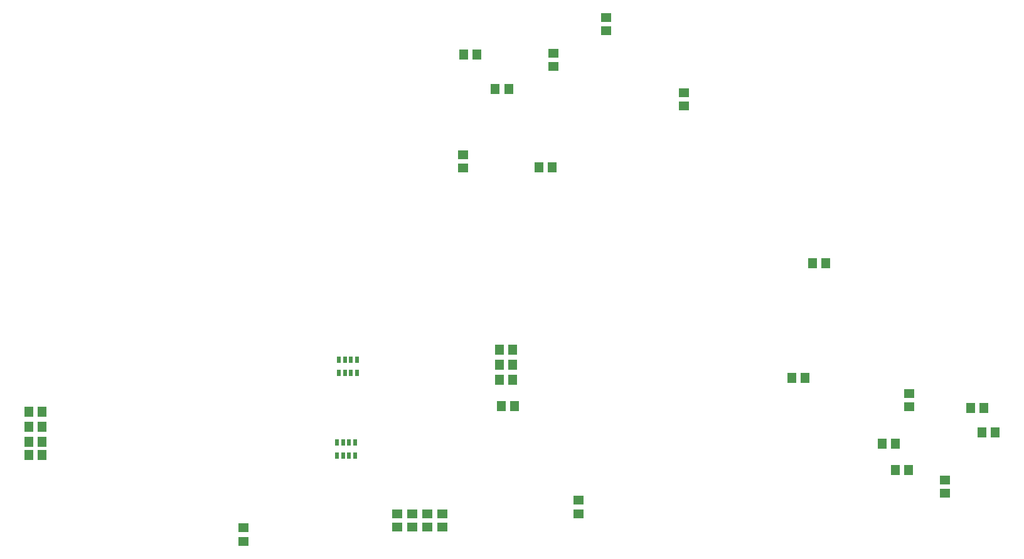
<source format=gbp>
%FSLAX25Y25*%
%MOIN*%
G70*
G01*
G75*
G04 Layer_Color=128*
%ADD10R,0.02362X0.05512*%
%ADD11R,0.02362X0.07087*%
G04:AMPARAMS|DCode=12|XSize=74.8mil|YSize=125.98mil|CornerRadius=0mil|HoleSize=0mil|Usage=FLASHONLY|Rotation=180.000|XOffset=0mil|YOffset=0mil|HoleType=Round|Shape=Octagon|*
%AMOCTAGOND12*
4,1,8,0.01870,-0.06299,-0.01870,-0.06299,-0.03740,-0.04429,-0.03740,0.04429,-0.01870,0.06299,0.01870,0.06299,0.03740,0.04429,0.03740,-0.04429,0.01870,-0.06299,0.0*
%
%ADD12OCTAGOND12*%

%ADD13R,0.16339X0.07284*%
%ADD14R,0.08465X0.11221*%
%ADD15R,0.11221X0.08465*%
%ADD16R,0.04724X0.05512*%
%ADD17R,0.05512X0.04724*%
%ADD18R,0.06693X0.06693*%
%ADD19R,0.21654X0.09843*%
%ADD20O,0.05709X0.02362*%
%ADD21R,0.09921X0.13425*%
%ADD22R,0.02362X0.04134*%
%ADD23O,0.00984X0.06102*%
%ADD24O,0.06102X0.00984*%
%ADD25R,0.03150X0.07874*%
%ADD26R,0.07087X0.09449*%
%ADD27R,0.03543X0.03740*%
%ADD28R,0.02362X0.03347*%
%ADD29R,0.40945X0.31496*%
%ADD30R,0.03937X0.11417*%
%ADD31R,0.09449X0.07087*%
G04:AMPARAMS|DCode=32|XSize=25.59mil|YSize=64.96mil|CornerRadius=1.92mil|HoleSize=0mil|Usage=FLASHONLY|Rotation=0.000|XOffset=0mil|YOffset=0mil|HoleType=Round|Shape=RoundedRectangle|*
%AMROUNDEDRECTD32*
21,1,0.02559,0.06112,0,0,0.0*
21,1,0.02175,0.06496,0,0,0.0*
1,1,0.00384,0.01088,-0.03056*
1,1,0.00384,-0.01088,-0.03056*
1,1,0.00384,-0.01088,0.03056*
1,1,0.00384,0.01088,0.03056*
%
%ADD32ROUNDEDRECTD32*%
%ADD33O,0.02756X0.09843*%
G04:AMPARAMS|DCode=34|XSize=11.81mil|YSize=59.06mil|CornerRadius=2.95mil|HoleSize=0mil|Usage=FLASHONLY|Rotation=0.000|XOffset=0mil|YOffset=0mil|HoleType=Round|Shape=RoundedRectangle|*
%AMROUNDEDRECTD34*
21,1,0.01181,0.05315,0,0,0.0*
21,1,0.00591,0.05906,0,0,0.0*
1,1,0.00591,0.00295,-0.02658*
1,1,0.00591,-0.00295,-0.02658*
1,1,0.00591,-0.00295,0.02658*
1,1,0.00591,0.00295,0.02658*
%
%ADD34ROUNDEDRECTD34*%
G04:AMPARAMS|DCode=35|XSize=11.81mil|YSize=59.06mil|CornerRadius=2.95mil|HoleSize=0mil|Usage=FLASHONLY|Rotation=270.000|XOffset=0mil|YOffset=0mil|HoleType=Round|Shape=RoundedRectangle|*
%AMROUNDEDRECTD35*
21,1,0.01181,0.05315,0,0,270.0*
21,1,0.00591,0.05906,0,0,270.0*
1,1,0.00591,-0.02658,-0.00295*
1,1,0.00591,-0.02658,0.00295*
1,1,0.00591,0.02658,0.00295*
1,1,0.00591,0.02658,-0.00295*
%
%ADD35ROUNDEDRECTD35*%
%ADD36R,0.09449X0.12992*%
%ADD37R,0.09449X0.03937*%
%ADD38O,0.08661X0.02362*%
%ADD39R,0.07874X0.02992*%
%ADD40O,0.08858X0.02362*%
%ADD41R,0.02362X0.04528*%
%ADD42R,0.03543X0.07087*%
%ADD43R,0.21654X0.23228*%
%ADD44R,0.04528X0.02362*%
%ADD45R,0.19685X0.31496*%
%ADD46R,0.20276X0.09252*%
%ADD47R,0.09843X0.05512*%
%ADD48R,0.07874X0.03150*%
%ADD49R,0.05118X0.03937*%
%ADD50R,0.13780X0.13780*%
%ADD51O,0.07480X0.02362*%
%ADD52C,0.02000*%
%ADD53C,0.01000*%
%ADD54C,0.02500*%
%ADD55C,0.04000*%
%ADD56C,0.10000*%
%ADD57C,0.12000*%
%ADD58C,0.05000*%
%ADD59R,0.12000X0.04000*%
%ADD60C,0.09000*%
%ADD61C,0.07874*%
%ADD62C,0.06299*%
%ADD63C,0.05906*%
%ADD64R,0.05906X0.05906*%
%ADD65R,0.05906X0.05906*%
%ADD66C,0.11811*%
%ADD67C,0.19685*%
%ADD68R,0.07874X0.07874*%
%ADD69O,0.07874X0.03937*%
%ADD70O,0.07874X0.03937*%
%ADD71C,0.10000*%
%ADD72C,0.11000*%
%ADD73C,0.15748*%
%ADD74C,0.07284*%
%ADD75R,0.07284X0.07284*%
%ADD76C,0.01969*%
%ADD77C,0.01600*%
%ADD78C,0.03000*%
%ADD79C,0.05000*%
%ADD80C,0.02400*%
%ADD81C,0.04000*%
%ADD82C,0.01500*%
%ADD83C,0.03600*%
%ADD84C,0.06000*%
%ADD85C,0.07000*%
%ADD86R,0.02165X0.03543*%
%ADD87R,0.12598X0.20472*%
%ADD88R,0.26000X0.07090*%
%ADD89R,0.26000X0.05438*%
%ADD90R,0.13000X0.05000*%
%ADD91R,0.06500X0.13000*%
%ADD92C,0.00984*%
%ADD93C,0.02362*%
%ADD94C,0.01969*%
%ADD95C,0.00787*%
%ADD96C,0.00600*%
%ADD97C,0.00800*%
%ADD98R,0.03162X0.06312*%
%ADD99R,0.03162X0.07887*%
G04:AMPARAMS|DCode=100|XSize=82.8mil|YSize=133.98mil|CornerRadius=0mil|HoleSize=0mil|Usage=FLASHONLY|Rotation=180.000|XOffset=0mil|YOffset=0mil|HoleType=Round|Shape=Octagon|*
%AMOCTAGOND100*
4,1,8,0.02070,-0.06699,-0.02070,-0.06699,-0.04140,-0.04629,-0.04140,0.04629,-0.02070,0.06699,0.02070,0.06699,0.04140,0.04629,0.04140,-0.04629,0.02070,-0.06699,0.0*
%
%ADD100OCTAGOND100*%

%ADD101R,0.17139X0.08083*%
%ADD102R,0.09265X0.12020*%
%ADD103R,0.12020X0.09265*%
%ADD104R,0.05524X0.06312*%
%ADD105R,0.06312X0.05524*%
%ADD106R,0.07493X0.07493*%
%ADD107R,0.22453X0.10642*%
%ADD108O,0.06509X0.03162*%
%ADD109R,0.10721X0.14225*%
%ADD110R,0.03162X0.04934*%
%ADD111O,0.01784X0.06902*%
%ADD112O,0.06902X0.01784*%
%ADD113R,0.03950X0.08674*%
%ADD114R,0.07887X0.10249*%
%ADD115R,0.04343X0.04540*%
%ADD116R,0.03162X0.04147*%
%ADD117R,0.41745X0.32296*%
%ADD118R,0.04737X0.12217*%
%ADD119R,0.10249X0.07887*%
G04:AMPARAMS|DCode=120|XSize=33.59mil|YSize=72.96mil|CornerRadius=5.92mil|HoleSize=0mil|Usage=FLASHONLY|Rotation=0.000|XOffset=0mil|YOffset=0mil|HoleType=Round|Shape=RoundedRectangle|*
%AMROUNDEDRECTD120*
21,1,0.03359,0.06112,0,0,0.0*
21,1,0.02175,0.07296,0,0,0.0*
1,1,0.01184,0.01088,-0.03056*
1,1,0.01184,-0.01088,-0.03056*
1,1,0.01184,-0.01088,0.03056*
1,1,0.01184,0.01088,0.03056*
%
%ADD120ROUNDEDRECTD120*%
%ADD121O,0.03556X0.10642*%
G04:AMPARAMS|DCode=122|XSize=19.81mil|YSize=67.06mil|CornerRadius=6.95mil|HoleSize=0mil|Usage=FLASHONLY|Rotation=0.000|XOffset=0mil|YOffset=0mil|HoleType=Round|Shape=RoundedRectangle|*
%AMROUNDEDRECTD122*
21,1,0.01981,0.05315,0,0,0.0*
21,1,0.00591,0.06706,0,0,0.0*
1,1,0.01391,0.00295,-0.02658*
1,1,0.01391,-0.00295,-0.02658*
1,1,0.01391,-0.00295,0.02658*
1,1,0.01391,0.00295,0.02658*
%
%ADD122ROUNDEDRECTD122*%
G04:AMPARAMS|DCode=123|XSize=19.81mil|YSize=67.06mil|CornerRadius=6.95mil|HoleSize=0mil|Usage=FLASHONLY|Rotation=270.000|XOffset=0mil|YOffset=0mil|HoleType=Round|Shape=RoundedRectangle|*
%AMROUNDEDRECTD123*
21,1,0.01981,0.05315,0,0,270.0*
21,1,0.00591,0.06706,0,0,270.0*
1,1,0.01391,-0.02658,-0.00295*
1,1,0.01391,-0.02658,0.00295*
1,1,0.01391,0.02658,0.00295*
1,1,0.01391,0.02658,-0.00295*
%
%ADD123ROUNDEDRECTD123*%
%ADD124R,0.10249X0.13792*%
%ADD125R,0.10249X0.04737*%
%ADD126O,0.09461X0.03162*%
%ADD127R,0.08674X0.03792*%
%ADD128O,0.09658X0.03162*%
%ADD129R,0.03162X0.05328*%
%ADD130R,0.04343X0.07887*%
%ADD131R,0.22453X0.24028*%
%ADD132R,0.05328X0.03162*%
%ADD133R,0.20485X0.32296*%
%ADD134R,0.21076X0.10052*%
%ADD135R,0.10642X0.06312*%
%ADD136R,0.08674X0.03950*%
%ADD137R,0.05918X0.04737*%
%ADD138R,0.14579X0.14579*%
%ADD139O,0.08280X0.03162*%
%ADD140C,0.09800*%
%ADD141C,0.08674*%
%ADD142C,0.07099*%
%ADD143C,0.06706*%
%ADD144R,0.06706X0.06706*%
%ADD145R,0.06706X0.06706*%
%ADD146C,0.12611*%
%ADD147C,0.20485*%
%ADD148R,0.08674X0.08674*%
%ADD149O,0.08674X0.04737*%
%ADD150O,0.08674X0.04737*%
%ADD151C,0.10800*%
%ADD152C,0.11800*%
%ADD153C,0.16548*%
%ADD154C,0.08083*%
%ADD155R,0.08083X0.08083*%
%ADD156R,0.02965X0.04343*%
D16*
X447740Y-225000D02*
D03*
X454827D02*
D03*
X465827Y-164000D02*
D03*
X458740D02*
D03*
X502740Y-274000D02*
D03*
X509827D02*
D03*
X549827Y-241000D02*
D03*
X542740D02*
D03*
X555827Y-254000D02*
D03*
X548740D02*
D03*
X495740Y-260000D02*
D03*
X502827D02*
D03*
X290257Y-71400D02*
D03*
X297343D02*
D03*
X299543Y-210000D02*
D03*
X292457D02*
D03*
X42457Y-259000D02*
D03*
X49543D02*
D03*
X42457Y-251000D02*
D03*
X49543D02*
D03*
X299543Y-218000D02*
D03*
X292457D02*
D03*
X299543Y-226000D02*
D03*
X292457D02*
D03*
X300543Y-240000D02*
D03*
X293457D02*
D03*
X273457Y-53000D02*
D03*
X280543D02*
D03*
X320543Y-113000D02*
D03*
X313457D02*
D03*
X42457Y-266000D02*
D03*
X49543D02*
D03*
X42457Y-243000D02*
D03*
X49543D02*
D03*
D17*
X529284Y-286543D02*
D03*
Y-279457D02*
D03*
X510284Y-233457D02*
D03*
Y-240543D02*
D03*
X156500Y-304957D02*
D03*
Y-312043D02*
D03*
X246000Y-297457D02*
D03*
Y-304543D02*
D03*
X262000Y-297457D02*
D03*
Y-304543D02*
D03*
X390600Y-80543D02*
D03*
Y-73457D02*
D03*
X349000Y-33457D02*
D03*
Y-40543D02*
D03*
X334600Y-297343D02*
D03*
Y-290257D02*
D03*
X321000Y-52457D02*
D03*
Y-59543D02*
D03*
X273000Y-113543D02*
D03*
Y-106457D02*
D03*
X238000Y-297457D02*
D03*
Y-304543D02*
D03*
X254000Y-297457D02*
D03*
Y-304543D02*
D03*
D86*
X215724Y-266347D02*
D03*
X212575D02*
D03*
X209425D02*
D03*
X206276D02*
D03*
X215724Y-259653D02*
D03*
X212575D02*
D03*
X209425D02*
D03*
X206276D02*
D03*
X216724Y-222346D02*
D03*
X213575D02*
D03*
X210425D02*
D03*
X207276D02*
D03*
X216724Y-215653D02*
D03*
X213575D02*
D03*
X210425D02*
D03*
X207276D02*
D03*
M02*

</source>
